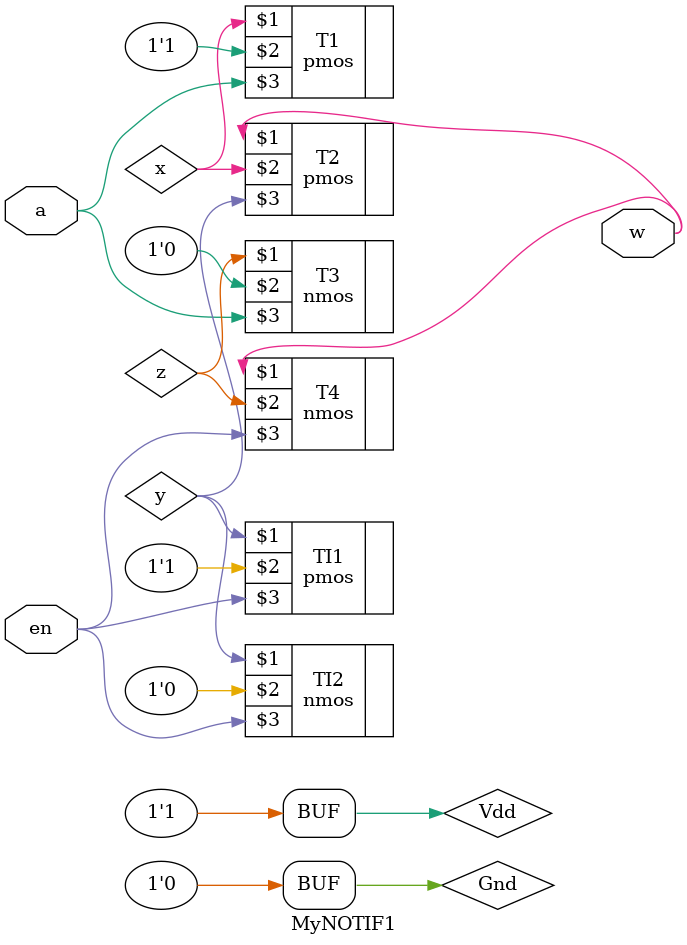
<source format=sv>
`timescale 1ns/1ns
module MyNOTIF1(input a,en,output w);
wire x,y,z;
supply1 Vdd;
supply0 Gnd;
pmos #(5,6,7) T1(x,Vdd,a),T2(w,x,y),TI1(y,Vdd,en);
nmos #(3,4,5) T3(z,Gnd,a),T4(w,z,en),TI2(y,Gnd,en);
endmodule

</source>
